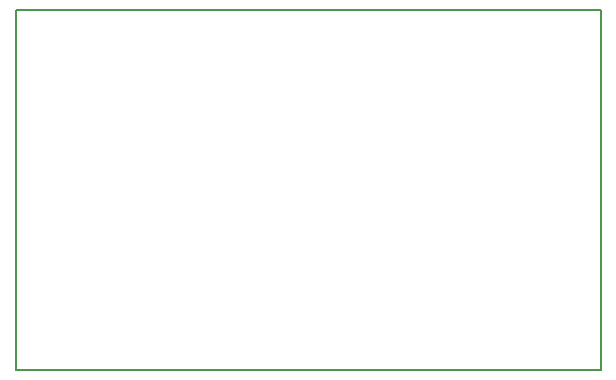
<source format=gbr>
%FSLAX34Y34*%
G04 Gerber Fmt 3.4, Leading zero omitted, Abs format*
G04 (created by PCBNEW (2014-jan-25)-product) date lör  3 maj 2014 21:13:59*
%MOIN*%
G01*
G70*
G90*
G04 APERTURE LIST*
%ADD10C,0.003937*%
%ADD11C,0.005906*%
G04 APERTURE END LIST*
G54D10*
G54D11*
X29500Y-21000D02*
X29500Y-9000D01*
X29500Y-21000D02*
X25500Y-21000D01*
X25500Y-9000D02*
X29500Y-9000D01*
X10000Y-9000D02*
X25500Y-9000D01*
X10000Y-21000D02*
X25500Y-21000D01*
X10000Y-9000D02*
X10000Y-21000D01*
M02*

</source>
